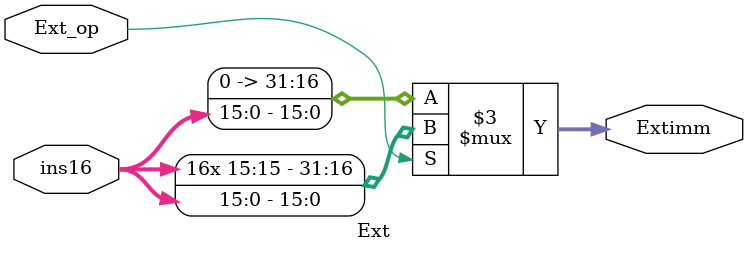
<source format=v>
module Ext(Ext_op, ins16, Extimm);

    input Ext_op;

    input [15:0] ins16;

    output reg [31:0] Extimm;

    always @(*) begin
        if(Ext_op)
            Extimm = {{16{ins16[15]}}, ins16[15:0]};
        else
            Extimm = {16'h0000, ins16[15:0]};
    end
    // initial
    //     begin
    //       $display("ext");
    //     end

endmodule //ext
</source>
